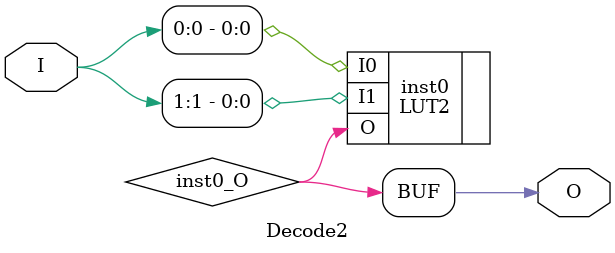
<source format=v>
module Decode2 (input [1:0] I, output  O);
wire  inst0_O;
LUT2 #(.INIT(4'h1)) inst0 (.I0(I[0]), .I1(I[1]), .O(inst0_O));
assign O = inst0_O;
endmodule


</source>
